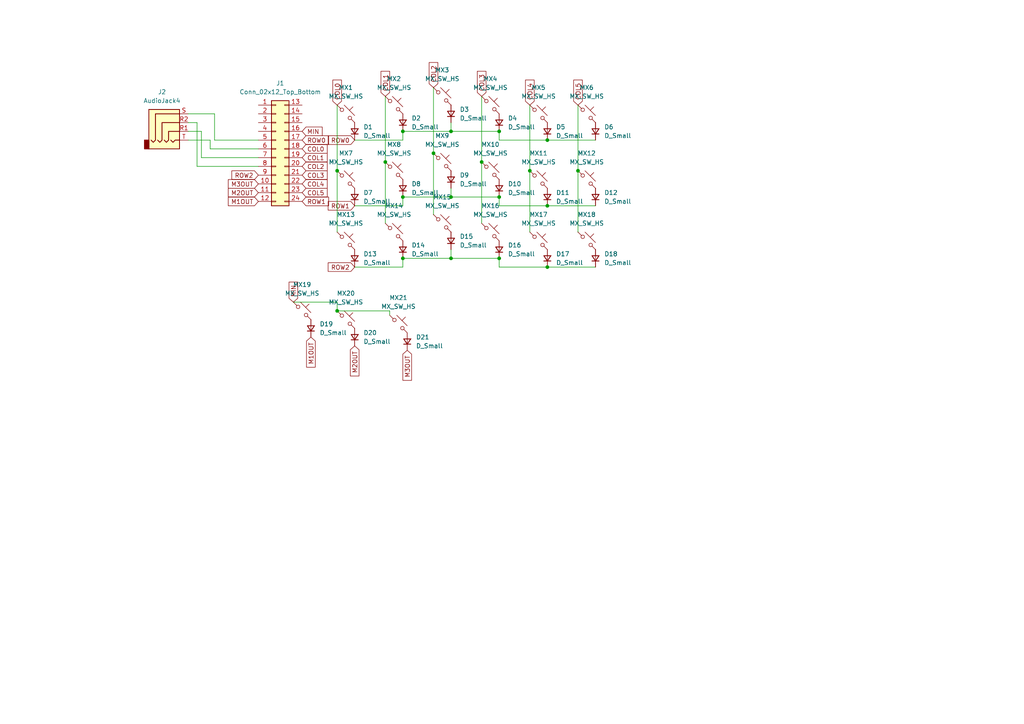
<source format=kicad_sch>
(kicad_sch (version 20231120) (generator "eeschema") (generator_version "8.0")
  (paper "A4")
  (lib_symbols
    (symbol "Connector_Audio:AudioJack4"
      (property "Reference" "J" (at 0 8.89 0))
      (property "Value" "AudioJack4" (at 0 6.35 0))
      (symbol "AudioJack4_0_1"
        (rectangle (start -6.35 -5.08) (end -7.62 -7.62) (stroke (width 0.254)) (fill (type outline)))
        (polyline (pts (xy 0 -5.08) (xy 0.635 -5.715) (xy 1.27 -5.08) (xy 2.54 -5.08)) (stroke (width 0.254)))
        (polyline (pts (xy -5.715 -5.08) (xy -5.08 -5.715) (xy -4.445 -5.08) (xy -4.445 2.54) (xy 2.54 2.54)) (stroke (width 0.254)))
        (polyline (pts (xy -1.905 -5.08) (xy -1.27 -5.715) (xy -0.635 -5.08) (xy -0.635 -2.54) (xy 2.54 -2.54)) (stroke (width 0.254)))
        (polyline (pts (xy 2.54 0) (xy -2.54 0) (xy -2.54 -5.08) (xy -3.175 -5.715) (xy -3.81 -5.08)) (stroke (width 0.254)))
        (rectangle (start 2.54 3.81) (end -6.35 -7.62) (stroke (width 0.254)) (fill (type background)))
      )
      (symbol "AudioJack4_1_1"
        (pin passive line (at 5.08 -2.54 180) (length 2.54) (name "~") (number "R1"))
        (pin passive line (at 5.08 0 180) (length 2.54) (name "~") (number "R2"))
        (pin passive line (at 5.08 2.54 180) (length 2.54) (name "~") (number "S"))
        (pin passive line (at 5.08 -5.08 180) (length 2.54) (name "~") (number "T"))
      )
    )
    (symbol "Connector_Generic:Conn_02x12_Top_Bottom" (pin_names (offset 1.016) hide)
      (property "Reference" "J" (at 1.27 15.24 0))
      (property "Value" "Conn_02x12_Top_Bottom" (at 1.27 -17.78 0))
      (symbol "Conn_02x12_Top_Bottom_1_1"
        (rectangle (start -1.27 -15.113) (end 0 -15.367) (stroke (width 0.1524)))
        (rectangle (start -1.27 -12.573) (end 0 -12.827) (stroke (width 0.1524)))
        (rectangle (start -1.27 -10.033) (end 0 -10.287) (stroke (width 0.1524)))
        (rectangle (start -1.27 -7.493) (end 0 -7.747) (stroke (width 0.1524)))
        (rectangle (start -1.27 -4.953) (end 0 -5.207) (stroke (width 0.1524)))
        (rectangle (start -1.27 -2.413) (end 0 -2.667) (stroke (width 0.1524)))
        (rectangle (start -1.27 0.127) (end 0 -0.127) (stroke (width 0.1524)))
        (rectangle (start -1.27 2.667) (end 0 2.413) (stroke (width 0.1524)))
        (rectangle (start -1.27 5.207) (end 0 4.953) (stroke (width 0.1524)))
        (rectangle (start -1.27 7.747) (end 0 7.493) (stroke (width 0.1524)))
        (rectangle (start -1.27 10.287) (end 0 10.033) (stroke (width 0.1524)))
        (rectangle (start -1.27 12.827) (end 0 12.573) (stroke (width 0.1524)))
        (rectangle (start -1.27 13.97) (end 3.81 -16.51) (stroke (width 0.254)) (fill (type background)))
        (rectangle (start 3.81 -15.113) (end 2.54 -15.367) (stroke (width 0.1524)))
        (rectangle (start 3.81 -12.573) (end 2.54 -12.827) (stroke (width 0.1524)))
        (rectangle (start 3.81 -10.033) (end 2.54 -10.287) (stroke (width 0.1524)))
        (rectangle (start 3.81 -7.493) (end 2.54 -7.747) (stroke (width 0.1524)))
        (rectangle (start 3.81 -4.953) (end 2.54 -5.207) (stroke (width 0.1524)))
        (rectangle (start 3.81 -2.413) (end 2.54 -2.667) (stroke (width 0.1524)))
        (rectangle (start 3.81 0.127) (end 2.54 -0.127) (stroke (width 0.1524)))
        (rectangle (start 3.81 2.667) (end 2.54 2.413) (stroke (width 0.1524)))
        (rectangle (start 3.81 5.207) (end 2.54 4.953) (stroke (width 0.1524)))
        (rectangle (start 3.81 7.747) (end 2.54 7.493) (stroke (width 0.1524)))
        (rectangle (start 3.81 10.287) (end 2.54 10.033) (stroke (width 0.1524)))
        (rectangle (start 3.81 12.827) (end 2.54 12.573) (stroke (width 0.1524)))
        (pin passive line (at -5.08 12.7 0) (length 3.81) (name "Pin_1") (number "1"))
        (pin passive line (at -5.08 -10.16 0) (length 3.81) (name "Pin_10") (number "10"))
        (pin passive line (at -5.08 -12.7 0) (length 3.81) (name "Pin_11") (number "11"))
        (pin passive line (at -5.08 -15.24 0) (length 3.81) (name "Pin_12") (number "12"))
        (pin passive line (at 7.62 12.7 180) (length 3.81) (name "Pin_13") (number "13"))
        (pin passive line (at 7.62 10.16 180) (length 3.81) (name "Pin_14") (number "14"))
        (pin passive line (at 7.62 7.62 180) (length 3.81) (name "Pin_15") (number "15"))
        (pin passive line (at 7.62 5.08 180) (length 3.81) (name "Pin_16") (number "16"))
        (pin passive line (at 7.62 2.54 180) (length 3.81) (name "Pin_17") (number "17"))
        (pin passive line (at 7.62 0 180) (length 3.81) (name "Pin_18") (number "18"))
        (pin passive line (at 7.62 -2.54 180) (length 3.81) (name "Pin_19") (number "19"))
        (pin passive line (at -5.08 10.16 0) (length 3.81) (name "Pin_2") (number "2"))
        (pin passive line (at 7.62 -5.08 180) (length 3.81) (name "Pin_20") (number "20"))
        (pin passive line (at 7.62 -7.62 180) (length 3.81) (name "Pin_21") (number "21"))
        (pin passive line (at 7.62 -10.16 180) (length 3.81) (name "Pin_22") (number "22"))
        (pin passive line (at 7.62 -12.7 180) (length 3.81) (name "Pin_23") (number "23"))
        (pin passive line (at 7.62 -15.24 180) (length 3.81) (name "Pin_24") (number "24"))
        (pin passive line (at -5.08 7.62 0) (length 3.81) (name "Pin_3") (number "3"))
        (pin passive line (at -5.08 5.08 0) (length 3.81) (name "Pin_4") (number "4"))
        (pin passive line (at -5.08 2.54 0) (length 3.81) (name "Pin_5") (number "5"))
        (pin passive line (at -5.08 0 0) (length 3.81) (name "Pin_6") (number "6"))
        (pin passive line (at -5.08 -2.54 0) (length 3.81) (name "Pin_7") (number "7"))
        (pin passive line (at -5.08 -5.08 0) (length 3.81) (name "Pin_8") (number "8"))
        (pin passive line (at -5.08 -7.62 0) (length 3.81) (name "Pin_9") (number "9"))
      )
    )
    (symbol "Device:D_Small" (pin_numbers hide) (pin_names (offset 0.254) hide)
      (property "Reference" "D" (at -1.27 2.032 0))
      (property "Value" "D_Small" (at -3.81 -2.032 0))
      (symbol "D_Small_0_1"
        (polyline (pts (xy -0.762 -1.016) (xy -0.762 1.016)) (stroke (width 0.254)))
        (polyline (pts (xy -0.762 0) (xy 0.762 0)))
        (polyline (pts (xy 0.762 -1.016) (xy -0.762 0) (xy 0.762 1.016) (xy 0.762 -1.016)) (stroke (width 0.254)))
      )
      (symbol "D_Small_1_1"
        (pin passive line (at -2.54 0 0) (length 1.778) (name "K") (number "1"))
        (pin passive line (at 2.54 0 180) (length 1.778) (name "A") (number "2"))
      )
    )
    (symbol "PCM_marbastlib-mx:MX_SW_HS_CPG151101S11" (pin_numbers hide) (pin_names (offset 1.016) hide)
      (property "Reference" "MX" (at 3.048 1.016 0))
      (property "Value" "MX_SW_HS" (at 0 -3.81 0))
      (symbol "MX_SW_HS_CPG151101S11_0_1"
        (circle (center -1.1684 1.1684) (radius 0.508))
        (polyline (pts (xy -0.508 2.54) (xy 2.54 -0.508)))
        (polyline (pts (xy 1.016 1.016) (xy 2.032 2.032)))
        (polyline (pts (xy -2.54 2.54) (xy -1.524 1.524) (xy -1.524 1.524)))
        (polyline (pts (xy 1.524 -1.524) (xy 2.54 -2.54) (xy 2.54 -2.54) (xy 2.54 -2.54)))
        (circle (center 1.143 -1.1938) (radius 0.508))
        (pin passive line (at -2.54 2.54 0) (length 0) (name "1") (number "1"))
        (pin passive line (at 2.54 -2.54 180) (length 0) (name "2") (number "2"))
      )
    )
  )
  (junction (at 158.75 40.64))
  (junction (at 111.76 46.99))
  (junction (at 153.67 49.53))
  (junction (at 97.79 49.53))
  (junction (at 144.78 57.15))
  (junction (at 116.84 38.1))
  (junction (at 97.79 90.17))
  (junction (at 144.78 38.1))
  (junction (at 116.84 57.15))
  (junction (at 116.84 74.93))
  (junction (at 130.81 57.15))
  (junction (at 139.7 46.99))
  (junction (at 158.75 77.47))
  (junction (at 167.64 49.53))
  (junction (at 125.73 44.45))
  (junction (at 130.81 74.93))
  (junction (at 130.81 38.1))
  (junction (at 158.75 59.69))
  (junction (at 144.78 74.93))
  (wire (pts (xy 62.23 33.02) (xy 62.23 40.64)))
  (wire (pts (xy 54.61 40.64) (xy 60.96 40.64)))
  (wire (pts (xy 58.42 45.72) (xy 74.93 45.72)))
  (wire (pts (xy 97.79 30.48) (xy 97.79 49.53)))
  (wire (pts (xy 116.84 38.1) (xy 116.84 40.64)))
  (wire (pts (xy 158.75 77.47) (xy 144.78 77.47)))
  (wire (pts (xy 116.84 74.93) (xy 116.84 77.47)))
  (wire (pts (xy 130.81 57.15) (xy 130.81 54.61)))
  (wire (pts (xy 116.84 57.15) (xy 130.81 57.15)))
  (wire (pts (xy 54.61 35.56) (xy 57.15 35.56)))
  (wire (pts (xy 60.96 43.18) (xy 74.93 43.18)))
  (wire (pts (xy 54.61 33.02) (xy 62.23 33.02)))
  (wire (pts (xy 167.64 30.48) (xy 167.64 49.53)))
  (wire (pts (xy 125.73 44.45) (xy 125.73 62.23)))
  (wire (pts (xy 130.81 72.39) (xy 130.81 74.93)))
  (wire (pts (xy 139.7 27.94) (xy 139.7 46.99)))
  (wire (pts (xy 144.78 38.1) (xy 130.81 38.1)))
  (wire (pts (xy 144.78 40.64) (xy 144.78 38.1)))
  (wire (pts (xy 62.23 40.64) (xy 74.93 40.64)))
  (wire (pts (xy 111.76 27.94) (xy 111.76 46.99)))
  (wire (pts (xy 97.79 49.53) (xy 97.79 67.31)))
  (wire (pts (xy 85.09 87.63) (xy 97.79 87.63)))
  (wire (pts (xy 54.61 38.1) (xy 58.42 38.1)))
  (wire (pts (xy 125.73 25.4) (xy 125.73 44.45)))
  (wire (pts (xy 144.78 57.15) (xy 130.81 57.15)))
  (wire (pts (xy 158.75 77.47) (xy 172.72 77.47)))
  (wire (pts (xy 116.84 38.1) (xy 130.81 38.1)))
  (wire (pts (xy 139.7 46.99) (xy 139.7 64.77)))
  (wire (pts (xy 102.87 59.69) (xy 116.84 59.69)))
  (wire (pts (xy 116.84 57.15) (xy 116.84 59.69)))
  (wire (pts (xy 158.75 40.64) (xy 144.78 40.64)))
  (wire (pts (xy 158.75 40.64) (xy 172.72 40.64)))
  (wire (pts (xy 58.42 38.1) (xy 58.42 45.72)))
  (wire (pts (xy 158.75 59.69) (xy 172.72 59.69)))
  (wire (pts (xy 158.75 59.69) (xy 144.78 59.69)))
  (wire (pts (xy 116.84 77.47) (xy 102.87 77.47)))
  (wire (pts (xy 130.81 74.93) (xy 144.78 74.93)))
  (wire (pts (xy 97.79 87.63) (xy 97.79 90.17)))
  (wire (pts (xy 144.78 59.69) (xy 144.78 57.15)))
  (wire (pts (xy 60.96 40.64) (xy 60.96 43.18)))
  (wire (pts (xy 111.76 46.99) (xy 111.76 64.77)))
  (wire (pts (xy 153.67 49.53) (xy 153.67 67.31)))
  (wire (pts (xy 57.15 48.26) (xy 74.93 48.26)))
  (wire (pts (xy 144.78 77.47) (xy 144.78 74.93)))
  (wire (pts (xy 97.79 90.17) (xy 113.03 90.17)))
  (wire (pts (xy 113.03 90.17) (xy 113.03 91.44)))
  (wire (pts (xy 57.15 35.56) (xy 57.15 48.26)))
  (wire (pts (xy 167.64 49.53) (xy 167.64 67.31)))
  (wire (pts (xy 116.84 40.64) (xy 102.87 40.64)))
  (wire (pts (xy 130.81 74.93) (xy 116.84 74.93)))
  (wire (pts (xy 130.81 38.1) (xy 130.81 35.56)))
  (wire (pts (xy 153.67 30.48) (xy 153.67 49.53)))
  (global_label "ROW0" (shape input) (at 102.87 40.64 180) (property "Intersheetrefs" "${INTERSHEET_REFS}" (effects (hide yes))))
  (global_label "ROW0" (shape input) (at 87.63 40.64 0) (property "Intersheetrefs" "${INTERSHEET_REFS}" (effects (hide yes))))
  (global_label "M1OUT" (shape input) (at 74.93 58.42 180) (property "Intersheetrefs" "${INTERSHEET_REFS}" (effects (hide yes))))
  (global_label "ROW1" (shape input) (at 102.87 59.69 180) (property "Intersheetrefs" "${INTERSHEET_REFS}" (effects (hide yes))))
  (global_label "M3OUT" (shape input) (at 118.11 101.6 270) (property "Intersheetrefs" "${INTERSHEET_REFS}" (effects (hide yes))))
  (global_label "COL4" (shape input) (at 153.67 30.48 90) (property "Intersheetrefs" "${INTERSHEET_REFS}" (effects (hide yes))))
  (global_label "M2OUT" (shape input) (at 102.87 100.33 270) (property "Intersheetrefs" "${INTERSHEET_REFS}" (effects (hide yes))))
  (global_label "COL2" (shape input) (at 87.63 48.26 0) (property "Intersheetrefs" "${INTERSHEET_REFS}" (effects (hide yes))))
  (global_label "ROW2" (shape input) (at 74.93 50.8 180) (property "Intersheetrefs" "${INTERSHEET_REFS}" (effects (hide yes))))
  (global_label "COL5" (shape input) (at 167.64 30.48 90) (property "Intersheetrefs" "${INTERSHEET_REFS}" (effects (hide yes))))
  (global_label "ROW2" (shape input) (at 102.87 77.47 180) (property "Intersheetrefs" "${INTERSHEET_REFS}" (effects (hide yes))))
  (global_label "MIN" (shape input) (at 87.63 38.1 0) (property "Intersheetrefs" "${INTERSHEET_REFS}" (effects (hide yes))))
  (global_label "ROW1" (shape input) (at 87.63 58.42 0) (property "Intersheetrefs" "${INTERSHEET_REFS}" (effects (hide yes))))
  (global_label "COL1" (shape input) (at 111.76 27.94 90) (property "Intersheetrefs" "${INTERSHEET_REFS}" (effects (hide yes))))
  (global_label "MIN" (shape input) (at 85.09 87.63 90) (property "Intersheetrefs" "${INTERSHEET_REFS}" (effects (hide yes))))
  (global_label "COL0" (shape input) (at 97.79 30.48 90) (property "Intersheetrefs" "${INTERSHEET_REFS}" (effects (hide yes))))
  (global_label "COL3" (shape input) (at 139.7 27.94 90) (property "Intersheetrefs" "${INTERSHEET_REFS}" (effects (hide yes))))
  (global_label "COL5" (shape input) (at 87.63 55.88 0) (property "Intersheetrefs" "${INTERSHEET_REFS}" (effects (hide yes))))
  (global_label "M1OUT" (shape input) (at 90.17 97.79 270) (property "Intersheetrefs" "${INTERSHEET_REFS}" (effects (hide yes))))
  (global_label "COL2" (shape input) (at 125.73 25.4 90) (property "Intersheetrefs" "${INTERSHEET_REFS}" (effects (hide yes))))
  (global_label "M2OUT" (shape input) (at 74.93 55.88 180) (property "Intersheetrefs" "${INTERSHEET_REFS}" (effects (hide yes))))
  (global_label "COL3" (shape input) (at 87.63 50.8 0) (property "Intersheetrefs" "${INTERSHEET_REFS}" (effects (hide yes))))
  (global_label "COL0" (shape input) (at 87.63 43.18 0) (property "Intersheetrefs" "${INTERSHEET_REFS}" (effects (hide yes))))
  (global_label "COL1" (shape input) (at 87.63 45.72 0) (property "Intersheetrefs" "${INTERSHEET_REFS}" (effects (hide yes))))
  (global_label "M3OUT" (shape input) (at 74.93 53.34 180) (property "Intersheetrefs" "${INTERSHEET_REFS}" (effects (hide yes))))
  (global_label "COL4" (shape input) (at 87.63 53.34 0) (property "Intersheetrefs" "${INTERSHEET_REFS}" (effects (hide yes))))
  (symbol (lib_id "Device:D_Small") (at 116.84 35.56 90) (unit 1)
    (property "Reference" "D2" (at 119.38 34.2899 90) (effects (justify right)))
    (property "Value" "D_Small" (at 119.38 36.8299 90) (effects (justify right)))
    (property "Footprint" "Diode_SMD:D_SOD-123" (effects (hide yes)))
    (property "Description" "Diode, small symbol" (effects (hide yes)))
    (property "Sim.Device" "D" (effects (hide yes)))
    (property "Sim.Pins" "1=K 2=A" (effects (hide yes)))
  )
  (symbol (lib_id "Device:D_Small") (at 158.75 74.93 90) (unit 1)
    (property "Reference" "D17" (at 161.29 73.6599 90) (effects (justify right)))
    (property "Value" "D_Small" (at 161.29 76.1999 90) (effects (justify right)))
    (property "Footprint" "Diode_SMD:D_SOD-123" (effects (hide yes)))
    (property "Description" "Diode, small symbol" (effects (hide yes)))
    (property "Sim.Device" "D" (effects (hide yes)))
    (property "Sim.Pins" "1=K 2=A" (effects (hide yes)))
  )
  (symbol (lib_id "PCM_marbastlib-mx:MX_SW_HS_CPG151101S11") (at 142.24 67.31 0) (unit 1)
    (property "Reference" "MX16" (at 142.24 59.69 0))
    (property "Value" "MX_SW_HS" (at 142.24 62.23 0))
    (property "Footprint" "PCM_marbastlib-mx:SW_MX_HS_CPG151101S11_1u" (effects (hide yes)))
    (property "Description" "Push button switch, normally open, two pins, 45° tilted, Kailh CPG151101S11 for Cherry MX style switches" (effects (hide yes)))
  )
  (symbol (lib_id "PCM_marbastlib-mx:MX_SW_HS_CPG151101S11") (at 114.3 49.53 0) (unit 1)
    (property "Reference" "MX8" (at 114.3 41.91 0))
    (property "Value" "MX_SW_HS" (at 114.3 44.45 0))
    (property "Footprint" "PCM_marbastlib-mx:SW_MX_HS_CPG151101S11_1u" (effects (hide yes)))
    (property "Description" "Push button switch, normally open, two pins, 45° tilted, Kailh CPG151101S11 for Cherry MX style switches" (effects (hide yes)))
  )
  (symbol (lib_id "Device:D_Small") (at 172.72 74.93 90) (unit 1)
    (property "Reference" "D18" (at 175.26 73.6599 90) (effects (justify right)))
    (property "Value" "D_Small" (at 175.26 76.1999 90) (effects (justify right)))
    (property "Footprint" "Diode_SMD:D_SOD-123" (effects (hide yes)))
    (property "Description" "Diode, small symbol" (effects (hide yes)))
    (property "Sim.Device" "D" (effects (hide yes)))
    (property "Sim.Pins" "1=K 2=A" (effects (hide yes)))
  )
  (symbol (lib_id "PCM_marbastlib-mx:MX_SW_HS_CPG151101S11") (at 128.27 46.99 0) (unit 1)
    (property "Reference" "MX9" (at 128.27 39.37 0))
    (property "Value" "MX_SW_HS" (at 128.27 41.91 0))
    (property "Footprint" "PCM_marbastlib-mx:SW_MX_HS_CPG151101S11_1u" (effects (hide yes)))
    (property "Description" "Push button switch, normally open, two pins, 45° tilted, Kailh CPG151101S11 for Cherry MX style switches" (effects (hide yes)))
  )
  (symbol (lib_id "PCM_marbastlib-mx:MX_SW_HS_CPG151101S11") (at 100.33 69.85 0) (unit 1)
    (property "Reference" "MX13" (at 100.33 62.23 0))
    (property "Value" "MX_SW_HS" (at 100.33 64.77 0))
    (property "Footprint" "PCM_marbastlib-mx:SW_MX_HS_CPG151101S11_1u" (effects (hide yes)))
    (property "Description" "Push button switch, normally open, two pins, 45° tilted, Kailh CPG151101S11 for Cherry MX style switches" (effects (hide yes)))
  )
  (symbol (lib_id "PCM_marbastlib-mx:MX_SW_HS_CPG151101S11") (at 128.27 64.77 0) (unit 1)
    (property "Reference" "MX15" (at 128.27 57.15 0))
    (property "Value" "MX_SW_HS" (at 128.27 59.69 0))
    (property "Footprint" "PCM_marbastlib-mx:SW_MX_HS_CPG151101S11_1u" (effects (hide yes)))
    (property "Description" "Push button switch, normally open, two pins, 45° tilted, Kailh CPG151101S11 for Cherry MX style switches" (effects (hide yes)))
  )
  (symbol (lib_id "PCM_marbastlib-mx:MX_SW_HS_CPG151101S11") (at 156.21 33.02 0) (unit 1)
    (property "Reference" "MX5" (at 156.21 25.4 0))
    (property "Value" "MX_SW_HS" (at 156.21 27.94 0))
    (property "Footprint" "PCM_marbastlib-mx:SW_MX_HS_CPG151101S11_1u" (effects (hide yes)))
    (property "Description" "Push button switch, normally open, two pins, 45° tilted, Kailh CPG151101S11 for Cherry MX style switches" (effects (hide yes)))
  )
  (symbol (lib_id "Device:D_Small") (at 130.81 33.02 90) (unit 1)
    (property "Reference" "D3" (at 133.35 31.7499 90) (effects (justify right)))
    (property "Value" "D_Small" (at 133.35 34.2899 90) (effects (justify right)))
    (property "Footprint" "Diode_SMD:D_SOD-123" (effects (hide yes)))
    (property "Description" "Diode, small symbol" (effects (hide yes)))
    (property "Sim.Device" "D" (effects (hide yes)))
    (property "Sim.Pins" "1=K 2=A" (effects (hide yes)))
  )
  (symbol (lib_id "PCM_marbastlib-mx:MX_SW_HS_CPG151101S11") (at 170.18 33.02 0) (unit 1)
    (property "Reference" "MX6" (at 170.18 25.4 0))
    (property "Value" "MX_SW_HS" (at 170.18 27.94 0))
    (property "Footprint" "PCM_marbastlib-mx:SW_MX_HS_CPG151101S11_1u" (effects (hide yes)))
    (property "Description" "Push button switch, normally open, two pins, 45° tilted, Kailh CPG151101S11 for Cherry MX style switches" (effects (hide yes)))
  )
  (symbol (lib_id "PCM_marbastlib-mx:MX_SW_HS_CPG151101S11") (at 100.33 92.71 0) (unit 1)
    (property "Reference" "MX20" (at 100.33 85.09 0))
    (property "Value" "MX_SW_HS" (at 100.33 87.63 0))
    (property "Footprint" "PCM_marbastlib-mx:SW_MX_HS_CPG151101S11_1u" (effects (hide yes)))
    (property "Description" "Push button switch, normally open, two pins, 45° tilted, Kailh CPG151101S11 for Cherry MX style switches" (effects (hide yes)))
  )
  (symbol (lib_id "Device:D_Small") (at 102.87 74.93 90) (unit 1)
    (property "Reference" "D13" (at 105.41 73.6599 90) (effects (justify right)))
    (property "Value" "D_Small" (at 105.41 76.1999 90) (effects (justify right)))
    (property "Footprint" "Diode_SMD:D_SOD-123" (effects (hide yes)))
    (property "Description" "Diode, small symbol" (effects (hide yes)))
    (property "Sim.Device" "D" (effects (hide yes)))
    (property "Sim.Pins" "1=K 2=A" (effects (hide yes)))
  )
  (symbol (lib_id "Device:D_Small") (at 144.78 72.39 90) (unit 1)
    (property "Reference" "D16" (at 147.32 71.1199 90) (effects (justify right)))
    (property "Value" "D_Small" (at 147.32 73.6599 90) (effects (justify right)))
    (property "Footprint" "Diode_SMD:D_SOD-123" (effects (hide yes)))
    (property "Description" "Diode, small symbol" (effects (hide yes)))
    (property "Sim.Device" "D" (effects (hide yes)))
    (property "Sim.Pins" "1=K 2=A" (effects (hide yes)))
  )
  (symbol (lib_id "PCM_marbastlib-mx:MX_SW_HS_CPG151101S11") (at 170.18 52.07 0) (unit 1)
    (property "Reference" "MX12" (at 170.18 44.45 0))
    (property "Value" "MX_SW_HS" (at 170.18 46.99 0))
    (property "Footprint" "PCM_marbastlib-mx:SW_MX_HS_CPG151101S11_1u" (effects (hide yes)))
    (property "Description" "Push button switch, normally open, two pins, 45° tilted, Kailh CPG151101S11 for Cherry MX style switches" (effects (hide yes)))
  )
  (symbol (lib_id "PCM_marbastlib-mx:MX_SW_HS_CPG151101S11") (at 114.3 67.31 0) (unit 1)
    (property "Reference" "MX14" (at 114.3 59.69 0))
    (property "Value" "MX_SW_HS" (at 114.3 62.23 0))
    (property "Footprint" "PCM_marbastlib-mx:SW_MX_HS_CPG151101S11_1u" (effects (hide yes)))
    (property "Description" "Push button switch, normally open, two pins, 45° tilted, Kailh CPG151101S11 for Cherry MX style switches" (effects (hide yes)))
  )
  (symbol (lib_id "Device:D_Small") (at 172.72 38.1 90) (unit 1)
    (property "Reference" "D6" (at 175.26 36.8299 90) (effects (justify right)))
    (property "Value" "D_Small" (at 175.26 39.3699 90) (effects (justify right)))
    (property "Footprint" "Diode_SMD:D_SOD-123" (effects (hide yes)))
    (property "Description" "Diode, small symbol" (effects (hide yes)))
    (property "Sim.Device" "D" (effects (hide yes)))
    (property "Sim.Pins" "1=K 2=A" (effects (hide yes)))
  )
  (symbol (lib_id "Device:D_Small") (at 102.87 38.1 90) (unit 1)
    (property "Reference" "D1" (at 105.41 36.8299 90) (effects (justify right)))
    (property "Value" "D_Small" (at 105.41 39.3699 90) (effects (justify right)))
    (property "Footprint" "Diode_SMD:D_SOD-123" (effects (hide yes)))
    (property "Description" "Diode, small symbol" (effects (hide yes)))
    (property "Sim.Device" "D" (effects (hide yes)))
    (property "Sim.Pins" "1=K 2=A" (effects (hide yes)))
  )
  (symbol (lib_id "Device:D_Small") (at 144.78 54.61 90) (unit 1)
    (property "Reference" "D10" (at 147.32 53.3399 90) (effects (justify right)))
    (property "Value" "D_Small" (at 147.32 55.8799 90) (effects (justify right)))
    (property "Footprint" "Diode_SMD:D_SOD-123" (effects (hide yes)))
    (property "Description" "Diode, small symbol" (effects (hide yes)))
    (property "Sim.Device" "D" (effects (hide yes)))
    (property "Sim.Pins" "1=K 2=A" (effects (hide yes)))
  )
  (symbol (lib_id "PCM_marbastlib-mx:MX_SW_HS_CPG151101S11") (at 128.27 27.94 0) (unit 1)
    (property "Reference" "MX3" (at 128.27 20.32 0))
    (property "Value" "MX_SW_HS" (at 128.27 22.86 0))
    (property "Footprint" "PCM_marbastlib-mx:SW_MX_HS_CPG151101S11_1u" (effects (hide yes)))
    (property "Description" "Push button switch, normally open, two pins, 45° tilted, Kailh CPG151101S11 for Cherry MX style switches" (effects (hide yes)))
  )
  (symbol (lib_id "Device:D_Small") (at 144.78 35.56 90) (unit 1)
    (property "Reference" "D4" (at 147.32 34.2899 90) (effects (justify right)))
    (property "Value" "D_Small" (at 147.32 36.8299 90) (effects (justify right)))
    (property "Footprint" "Diode_SMD:D_SOD-123" (effects (hide yes)))
    (property "Description" "Diode, small symbol" (effects (hide yes)))
    (property "Sim.Device" "D" (effects (hide yes)))
    (property "Sim.Pins" "1=K 2=A" (effects (hide yes)))
  )
  (symbol (lib_id "PCM_marbastlib-mx:MX_SW_HS_CPG151101S11") (at 156.21 69.85 0) (unit 1)
    (property "Reference" "MX17" (at 156.21 62.23 0))
    (property "Value" "MX_SW_HS" (at 156.21 64.77 0))
    (property "Footprint" "PCM_marbastlib-mx:SW_MX_HS_CPG151101S11_1u" (effects (hide yes)))
    (property "Description" "Push button switch, normally open, two pins, 45° tilted, Kailh CPG151101S11 for Cherry MX style switches" (effects (hide yes)))
  )
  (symbol (lib_id "Device:D_Small") (at 158.75 38.1 90) (unit 1)
    (property "Reference" "D5" (at 161.29 36.8299 90) (effects (justify right)))
    (property "Value" "D_Small" (at 161.29 39.3699 90) (effects (justify right)))
    (property "Footprint" "Diode_SMD:D_SOD-123" (effects (hide yes)))
    (property "Description" "Diode, small symbol" (effects (hide yes)))
    (property "Sim.Device" "D" (effects (hide yes)))
    (property "Sim.Pins" "1=K 2=A" (effects (hide yes)))
  )
  (symbol (lib_id "Device:D_Small") (at 118.11 99.06 90) (unit 1)
    (property "Reference" "D21" (at 120.65 97.7899 90) (effects (justify right)))
    (property "Value" "D_Small" (at 120.65 100.3299 90) (effects (justify right)))
    (property "Footprint" "Diode_SMD:D_SOD-123" (effects (hide yes)))
    (property "Description" "Diode, small symbol" (effects (hide yes)))
    (property "Sim.Device" "D" (effects (hide yes)))
    (property "Sim.Pins" "1=K 2=A" (effects (hide yes)))
  )
  (symbol (lib_id "Device:D_Small") (at 116.84 54.61 90) (unit 1)
    (property "Reference" "D8" (at 119.38 53.3399 90) (effects (justify right)))
    (property "Value" "D_Small" (at 119.38 55.8799 90) (effects (justify right)))
    (property "Footprint" "Diode_SMD:D_SOD-123" (effects (hide yes)))
    (property "Description" "Diode, small symbol" (effects (hide yes)))
    (property "Sim.Device" "D" (effects (hide yes)))
    (property "Sim.Pins" "1=K 2=A" (effects (hide yes)))
  )
  (symbol (lib_id "Device:D_Small") (at 102.87 57.15 90) (unit 1)
    (property "Reference" "D7" (at 105.41 55.8799 90) (effects (justify right)))
    (property "Value" "D_Small" (at 105.41 58.4199 90) (effects (justify right)))
    (property "Footprint" "Diode_SMD:D_SOD-123" (effects (hide yes)))
    (property "Description" "Diode, small symbol" (effects (hide yes)))
    (property "Sim.Device" "D" (effects (hide yes)))
    (property "Sim.Pins" "1=K 2=A" (effects (hide yes)))
  )
  (symbol (lib_id "PCM_marbastlib-mx:MX_SW_HS_CPG151101S11") (at 100.33 33.02 0) (unit 1)
    (property "Reference" "MX1" (at 100.33 25.4 0))
    (property "Value" "MX_SW_HS" (at 100.33 27.94 0))
    (property "Footprint" "PCM_marbastlib-mx:SW_MX_HS_CPG151101S11_1u" (effects (hide yes)))
    (property "Description" "Push button switch, normally open, two pins, 45° tilted, Kailh CPG151101S11 for Cherry MX style switches" (effects (hide yes)))
  )
  (symbol (lib_id "Device:D_Small") (at 158.75 57.15 90) (unit 1)
    (property "Reference" "D11" (at 161.29 55.8799 90) (effects (justify right)))
    (property "Value" "D_Small" (at 161.29 58.4199 90) (effects (justify right)))
    (property "Footprint" "Diode_SMD:D_SOD-123" (effects (hide yes)))
    (property "Description" "Diode, small symbol" (effects (hide yes)))
    (property "Sim.Device" "D" (effects (hide yes)))
    (property "Sim.Pins" "1=K 2=A" (effects (hide yes)))
  )
  (symbol (lib_id "Device:D_Small") (at 90.17 95.25 90) (unit 1)
    (property "Reference" "D19" (at 92.71 93.9799 90) (effects (justify right)))
    (property "Value" "D_Small" (at 92.71 96.5199 90) (effects (justify right)))
    (property "Footprint" "Diode_SMD:D_SOD-123" (effects (hide yes)))
    (property "Description" "Diode, small symbol" (effects (hide yes)))
    (property "Sim.Device" "D" (effects (hide yes)))
    (property "Sim.Pins" "1=K 2=A" (effects (hide yes)))
  )
  (symbol (lib_id "Device:D_Small") (at 172.72 57.15 90) (unit 1)
    (property "Reference" "D12" (at 175.26 55.8799 90) (effects (justify right)))
    (property "Value" "D_Small" (at 175.26 58.4199 90) (effects (justify right)))
    (property "Footprint" "Diode_SMD:D_SOD-123" (effects (hide yes)))
    (property "Description" "Diode, small symbol" (effects (hide yes)))
    (property "Sim.Device" "D" (effects (hide yes)))
    (property "Sim.Pins" "1=K 2=A" (effects (hide yes)))
  )
  (symbol (lib_id "Device:D_Small") (at 130.81 69.85 90) (unit 1)
    (property "Reference" "D15" (at 133.35 68.5799 90) (effects (justify right)))
    (property "Value" "D_Small" (at 133.35 71.1199 90) (effects (justify right)))
    (property "Footprint" "Diode_SMD:D_SOD-123" (effects (hide yes)))
    (property "Description" "Diode, small symbol" (effects (hide yes)))
    (property "Sim.Device" "D" (effects (hide yes)))
    (property "Sim.Pins" "1=K 2=A" (effects (hide yes)))
  )
  (symbol (lib_id "PCM_marbastlib-mx:MX_SW_HS_CPG151101S11") (at 170.18 69.85 0) (unit 1)
    (property "Reference" "MX18" (at 170.18 62.23 0))
    (property "Value" "MX_SW_HS" (at 170.18 64.77 0))
    (property "Footprint" "PCM_marbastlib-mx:SW_MX_HS_CPG151101S11_1u" (effects (hide yes)))
    (property "Description" "Push button switch, normally open, two pins, 45° tilted, Kailh CPG151101S11 for Cherry MX style switches" (effects (hide yes)))
  )
  (symbol (lib_id "Connector_Generic:Conn_02x12_Top_Bottom") (at 80.01 43.18 0) (unit 1)
    (property "Reference" "J1" (at 81.28 24.13 0))
    (property "Value" "Conn_02x12_Top_Bottom" (at 81.28 26.67 0))
    (property "Footprint" "PCM_marbastlib-xp-promicroish:ProMicro_USBup" (effects (hide yes)))
    (property "Description" "Generic connector, double row, 02x12, top/bottom pin numbering scheme (row 1: 1...pins_per_row, row2: pins_per_row+1 ... num_pins), script generated (kicad-library-utils/schlib/autogen/connector/)" (effects (hide yes)))
  )
  (symbol (lib_id "PCM_marbastlib-mx:MX_SW_HS_CPG151101S11") (at 100.33 52.07 0) (unit 1)
    (property "Reference" "MX7" (at 100.33 44.45 0))
    (property "Value" "MX_SW_HS" (at 100.33 46.99 0))
    (property "Footprint" "PCM_marbastlib-mx:SW_MX_HS_CPG151101S11_1u" (effects (hide yes)))
    (property "Description" "Push button switch, normally open, two pins, 45° tilted, Kailh CPG151101S11 for Cherry MX style switches" (effects (hide yes)))
  )
  (symbol (lib_id "Device:D_Small") (at 102.87 97.79 90) (unit 1)
    (property "Reference" "D20" (at 105.41 96.5199 90) (effects (justify right)))
    (property "Value" "D_Small" (at 105.41 99.0599 90) (effects (justify right)))
    (property "Footprint" "Diode_SMD:D_SOD-123" (effects (hide yes)))
    (property "Description" "Diode, small symbol" (effects (hide yes)))
    (property "Sim.Device" "D" (effects (hide yes)))
    (property "Sim.Pins" "1=K 2=A" (effects (hide yes)))
  )
  (symbol (lib_id "PCM_marbastlib-mx:MX_SW_HS_CPG151101S11") (at 156.21 52.07 0) (unit 1)
    (property "Reference" "MX11" (at 156.21 44.45 0))
    (property "Value" "MX_SW_HS" (at 156.21 46.99 0))
    (property "Footprint" "PCM_marbastlib-mx:SW_MX_HS_CPG151101S11_1u" (effects (hide yes)))
    (property "Description" "Push button switch, normally open, two pins, 45° tilted, Kailh CPG151101S11 for Cherry MX style switches" (effects (hide yes)))
  )
  (symbol (lib_id "PCM_marbastlib-mx:MX_SW_HS_CPG151101S11") (at 114.3 30.48 0) (unit 1)
    (property "Reference" "MX2" (at 114.3 22.86 0))
    (property "Value" "MX_SW_HS" (at 114.3 25.4 0))
    (property "Footprint" "PCM_marbastlib-mx:SW_MX_HS_CPG151101S11_1u" (effects (hide yes)))
    (property "Description" "Push button switch, normally open, two pins, 45° tilted, Kailh CPG151101S11 for Cherry MX style switches" (effects (hide yes)))
  )
  (symbol (lib_id "PCM_marbastlib-mx:MX_SW_HS_CPG151101S11") (at 87.63 90.17 0) (unit 1)
    (property "Reference" "MX19" (at 87.63 82.55 0))
    (property "Value" "MX_SW_HS" (at 87.63 85.09 0))
    (property "Footprint" "PCM_marbastlib-mx:SW_MX_HS_CPG151101S11_1u" (effects (hide yes)))
    (property "Description" "Push button switch, normally open, two pins, 45° tilted, Kailh CPG151101S11 for Cherry MX style switches" (effects (hide yes)))
  )
  (symbol (lib_id "Device:D_Small") (at 116.84 72.39 90) (unit 1)
    (property "Reference" "D14" (at 119.38 71.1199 90) (effects (justify right)))
    (property "Value" "D_Small" (at 119.38 73.6599 90) (effects (justify right)))
    (property "Footprint" "Diode_SMD:D_SOD-123" (effects (hide yes)))
    (property "Description" "Diode, small symbol" (effects (hide yes)))
    (property "Sim.Device" "D" (effects (hide yes)))
    (property "Sim.Pins" "1=K 2=A" (effects (hide yes)))
  )
  (symbol (lib_id "PCM_marbastlib-mx:MX_SW_HS_CPG151101S11") (at 115.57 93.98 0) (unit 1)
    (property "Reference" "MX21" (at 115.57 86.36 0))
    (property "Value" "MX_SW_HS" (at 115.57 88.9 0))
    (property "Footprint" "PCM_marbastlib-mx:SW_MX_HS_CPG151101S11_1u" (effects (hide yes)))
    (property "Description" "Push button switch, normally open, two pins, 45° tilted, Kailh CPG151101S11 for Cherry MX style switches" (effects (hide yes)))
  )
  (symbol (lib_id "Device:D_Small") (at 130.81 52.07 90) (unit 1)
    (property "Reference" "D9" (at 133.35 50.7999 90) (effects (justify right)))
    (property "Value" "D_Small" (at 133.35 53.3399 90) (effects (justify right)))
    (property "Footprint" "Diode_SMD:D_SOD-123" (effects (hide yes)))
    (property "Description" "Diode, small symbol" (effects (hide yes)))
    (property "Sim.Device" "D" (effects (hide yes)))
    (property "Sim.Pins" "1=K 2=A" (effects (hide yes)))
  )
  (symbol (lib_id "PCM_marbastlib-mx:MX_SW_HS_CPG151101S11") (at 142.24 30.48 0) (unit 1)
    (property "Reference" "MX4" (at 142.24 22.86 0))
    (property "Value" "MX_SW_HS" (at 142.24 25.4 0))
    (property "Footprint" "PCM_marbastlib-mx:SW_MX_HS_CPG151101S11_1u" (effects (hide yes)))
    (property "Description" "Push button switch, normally open, two pins, 45° tilted, Kailh CPG151101S11 for Cherry MX style switches" (effects (hide yes)))
  )
  (symbol (lib_id "PCM_marbastlib-mx:MX_SW_HS_CPG151101S11") (at 142.24 49.53 0) (unit 1)
    (property "Reference" "MX10" (at 142.24 41.91 0))
    (property "Value" "MX_SW_HS" (at 142.24 44.45 0))
    (property "Footprint" "PCM_marbastlib-mx:SW_MX_HS_CPG151101S11_1u" (effects (hide yes)))
    (property "Description" "Push button switch, normally open, two pins, 45° tilted, Kailh CPG151101S11 for Cherry MX style switches" (effects (hide yes)))
  )
  (symbol (lib_id "Connector_Audio:AudioJack4") (at 49.53 35.56 0) (unit 1)
    (property "Reference" "J2" (at 46.99 26.67 0))
    (property "Value" "AudioJack4" (at 46.99 29.21 0))
    (property "Footprint" "Connector_Audio:Jack_3.5mm_KoreanHropartsElec_PJ-320D-4A_Horizontal" (effects (hide yes)))
    (property "Description" "Audio Jack, 4 Poles (TRRS)" (effects (hide yes)))
  )
)
</source>
